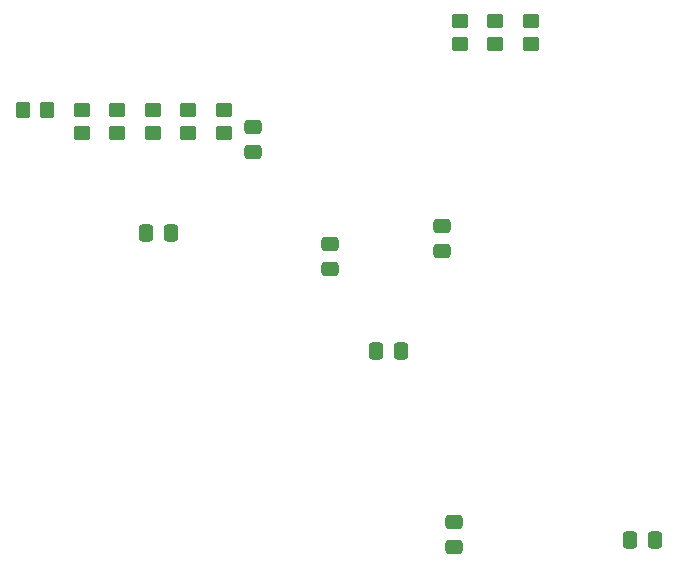
<source format=gbr>
%TF.GenerationSoftware,KiCad,Pcbnew,9.0.0*%
%TF.CreationDate,2025-07-10T21:53:31+08:00*%
%TF.ProjectId,tsal_g_v3,7473616c-5f67-45f7-9633-2e6b69636164,rev?*%
%TF.SameCoordinates,Original*%
%TF.FileFunction,Paste,Bot*%
%TF.FilePolarity,Positive*%
%FSLAX46Y46*%
G04 Gerber Fmt 4.6, Leading zero omitted, Abs format (unit mm)*
G04 Created by KiCad (PCBNEW 9.0.0) date 2025-07-10 21:53:31*
%MOMM*%
%LPD*%
G01*
G04 APERTURE LIST*
G04 Aperture macros list*
%AMRoundRect*
0 Rectangle with rounded corners*
0 $1 Rounding radius*
0 $2 $3 $4 $5 $6 $7 $8 $9 X,Y pos of 4 corners*
0 Add a 4 corners polygon primitive as box body*
4,1,4,$2,$3,$4,$5,$6,$7,$8,$9,$2,$3,0*
0 Add four circle primitives for the rounded corners*
1,1,$1+$1,$2,$3*
1,1,$1+$1,$4,$5*
1,1,$1+$1,$6,$7*
1,1,$1+$1,$8,$9*
0 Add four rect primitives between the rounded corners*
20,1,$1+$1,$2,$3,$4,$5,0*
20,1,$1+$1,$4,$5,$6,$7,0*
20,1,$1+$1,$6,$7,$8,$9,0*
20,1,$1+$1,$8,$9,$2,$3,0*%
G04 Aperture macros list end*
%ADD10RoundRect,0.250000X-0.475000X0.337500X-0.475000X-0.337500X0.475000X-0.337500X0.475000X0.337500X0*%
%ADD11RoundRect,0.250000X0.475000X-0.337500X0.475000X0.337500X-0.475000X0.337500X-0.475000X-0.337500X0*%
%ADD12RoundRect,0.250000X-0.337500X-0.475000X0.337500X-0.475000X0.337500X0.475000X-0.337500X0.475000X0*%
%ADD13RoundRect,0.250000X0.350000X0.450000X-0.350000X0.450000X-0.350000X-0.450000X0.350000X-0.450000X0*%
%ADD14RoundRect,0.250000X0.450000X-0.350000X0.450000X0.350000X-0.450000X0.350000X-0.450000X-0.350000X0*%
%ADD15RoundRect,0.250000X-0.450000X0.350000X-0.450000X-0.350000X0.450000X-0.350000X0.450000X0.350000X0*%
%ADD16RoundRect,0.250000X0.337500X0.475000X-0.337500X0.475000X-0.337500X-0.475000X0.337500X-0.475000X0*%
G04 APERTURE END LIST*
D10*
%TO.C,C15*%
X150500000Y-71925000D03*
X150500000Y-74000000D03*
%TD*%
D11*
%TO.C,C19*%
X151523250Y-99037500D03*
X151523250Y-96962500D03*
%TD*%
D12*
%TO.C,C17*%
X144925000Y-82500000D03*
X147000000Y-82500000D03*
%TD*%
D13*
%TO.C,R22*%
X117040000Y-62067500D03*
X115040000Y-62067500D03*
%TD*%
D12*
%TO.C,C23*%
X166425000Y-98500000D03*
X168500000Y-98500000D03*
%TD*%
D14*
%TO.C,R25*%
X158000000Y-56500000D03*
X158000000Y-54500000D03*
%TD*%
D15*
%TO.C,R19*%
X132000000Y-62042500D03*
X132000000Y-64042500D03*
%TD*%
D10*
%TO.C,C21*%
X134500000Y-63545000D03*
X134500000Y-65620000D03*
%TD*%
D16*
%TO.C,C22*%
X127537500Y-72500000D03*
X125462500Y-72500000D03*
%TD*%
D15*
%TO.C,R23*%
X123000000Y-62042500D03*
X123000000Y-64042500D03*
%TD*%
D10*
%TO.C,C18*%
X141000000Y-73462500D03*
X141000000Y-75537500D03*
%TD*%
D14*
%TO.C,R26*%
X152000000Y-56500000D03*
X152000000Y-54500000D03*
%TD*%
D15*
%TO.C,R20*%
X129000000Y-62042500D03*
X129000000Y-64042500D03*
%TD*%
D14*
%TO.C,R24*%
X155000000Y-56500000D03*
X155000000Y-54500000D03*
%TD*%
D15*
%TO.C,R18*%
X126000000Y-62042500D03*
X126000000Y-64042500D03*
%TD*%
%TO.C,R21*%
X120000000Y-62042500D03*
X120000000Y-64042500D03*
%TD*%
M02*

</source>
